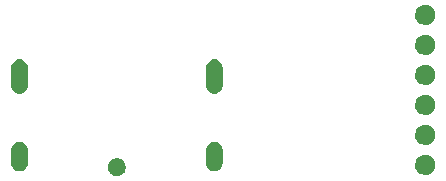
<source format=gbs>
G04 #@! TF.FileFunction,Soldermask,Bot*
%FSLAX46Y46*%
G04 Gerber Fmt 4.6, Leading zero omitted, Abs format (unit mm)*
G04 Created by KiCad (PCBNEW 4.0.7) date 09/03/18 02:09:11*
%MOMM*%
%LPD*%
G01*
G04 APERTURE LIST*
%ADD10C,0.100000*%
G04 APERTURE END LIST*
D10*
G36*
X124478776Y-114350498D02*
X124622851Y-114380072D01*
X124724546Y-114422822D01*
X124758444Y-114437071D01*
X124758445Y-114437072D01*
X124880383Y-114519319D01*
X124984021Y-114623683D01*
X125059265Y-114736936D01*
X125065415Y-114746193D01*
X125078310Y-114777477D01*
X125121465Y-114882178D01*
X125149998Y-115026284D01*
X125149998Y-115026287D01*
X125150032Y-115026459D01*
X125147686Y-115194455D01*
X125147648Y-115194622D01*
X125147648Y-115194627D01*
X125115101Y-115337884D01*
X125055278Y-115472248D01*
X124970491Y-115592441D01*
X124863983Y-115693867D01*
X124739795Y-115772679D01*
X124602664Y-115825869D01*
X124457821Y-115851409D01*
X124310765Y-115848328D01*
X124167115Y-115816744D01*
X124032335Y-115757861D01*
X123911554Y-115673915D01*
X123809387Y-115568119D01*
X123729708Y-115444481D01*
X123675564Y-115307730D01*
X123649013Y-115163066D01*
X123651067Y-115015994D01*
X123681648Y-114872120D01*
X123739587Y-114736938D01*
X123822685Y-114615577D01*
X123927775Y-114512666D01*
X124050844Y-114432131D01*
X124187221Y-114377031D01*
X124331698Y-114349471D01*
X124478776Y-114350498D01*
X124478776Y-114350498D01*
G37*
G36*
X150589384Y-114049565D02*
X150752862Y-114083122D01*
X150906717Y-114147797D01*
X151045074Y-114241120D01*
X151162669Y-114359539D01*
X151255024Y-114498545D01*
X151318622Y-114652845D01*
X151348686Y-114804681D01*
X151351037Y-114816555D01*
X151348375Y-115007175D01*
X151348337Y-115007342D01*
X151348337Y-115007347D01*
X151311402Y-115169917D01*
X151243521Y-115322380D01*
X151147318Y-115458756D01*
X151026466Y-115573842D01*
X150885554Y-115663267D01*
X150729957Y-115723619D01*
X150565607Y-115752599D01*
X150398748Y-115749103D01*
X150235753Y-115713266D01*
X150082823Y-115646453D01*
X149945780Y-115551205D01*
X149829848Y-115431156D01*
X149739442Y-115290871D01*
X149678007Y-115135704D01*
X149647880Y-114971559D01*
X149650211Y-114804681D01*
X149684909Y-114641435D01*
X149750653Y-114488045D01*
X149844940Y-114350341D01*
X149964182Y-114233571D01*
X150103825Y-114142191D01*
X150258567Y-114079671D01*
X150422499Y-114048400D01*
X150589384Y-114049565D01*
X150589384Y-114049565D01*
G37*
G36*
X132790729Y-112958246D02*
X132790730Y-112958246D01*
X132790755Y-112958249D01*
X132921261Y-112998648D01*
X133041435Y-113063626D01*
X133146700Y-113150708D01*
X133233045Y-113256578D01*
X133297182Y-113377203D01*
X133336669Y-113507988D01*
X133350000Y-113643952D01*
X133350000Y-114756169D01*
X133349944Y-114764094D01*
X133349932Y-114765822D01*
X133334703Y-114901586D01*
X133293395Y-115031807D01*
X133227579Y-115151525D01*
X133139764Y-115256179D01*
X133033294Y-115341783D01*
X132912225Y-115405077D01*
X132781167Y-115443649D01*
X132781146Y-115443651D01*
X132781142Y-115443652D01*
X132645114Y-115456032D01*
X132509271Y-115441754D01*
X132509270Y-115441754D01*
X132509245Y-115441751D01*
X132378739Y-115401352D01*
X132258565Y-115336374D01*
X132153300Y-115249292D01*
X132066955Y-115143422D01*
X132002818Y-115022797D01*
X131963331Y-114892012D01*
X131950000Y-114756048D01*
X131950000Y-113643831D01*
X131950061Y-113635195D01*
X131950068Y-113634178D01*
X131965297Y-113498414D01*
X132006605Y-113368193D01*
X132072421Y-113248475D01*
X132160236Y-113143821D01*
X132266706Y-113058217D01*
X132387775Y-112994923D01*
X132518833Y-112956351D01*
X132518854Y-112956349D01*
X132518858Y-112956348D01*
X132654886Y-112943968D01*
X132790729Y-112958246D01*
X132790729Y-112958246D01*
G37*
G36*
X116290729Y-112958246D02*
X116290730Y-112958246D01*
X116290755Y-112958249D01*
X116421261Y-112998648D01*
X116541435Y-113063626D01*
X116646700Y-113150708D01*
X116733045Y-113256578D01*
X116797182Y-113377203D01*
X116836669Y-113507988D01*
X116850000Y-113643952D01*
X116850000Y-114756169D01*
X116849944Y-114764094D01*
X116849932Y-114765822D01*
X116834703Y-114901586D01*
X116793395Y-115031807D01*
X116727579Y-115151525D01*
X116639764Y-115256179D01*
X116533294Y-115341783D01*
X116412225Y-115405077D01*
X116281167Y-115443649D01*
X116281146Y-115443651D01*
X116281142Y-115443652D01*
X116145114Y-115456032D01*
X116009271Y-115441754D01*
X116009270Y-115441754D01*
X116009245Y-115441751D01*
X115878739Y-115401352D01*
X115758565Y-115336374D01*
X115653300Y-115249292D01*
X115566955Y-115143422D01*
X115502818Y-115022797D01*
X115463331Y-114892012D01*
X115450000Y-114756048D01*
X115450000Y-113643831D01*
X115450061Y-113635195D01*
X115450068Y-113634178D01*
X115465297Y-113498414D01*
X115506605Y-113368193D01*
X115572421Y-113248475D01*
X115660236Y-113143821D01*
X115766706Y-113058217D01*
X115887775Y-112994923D01*
X116018833Y-112956351D01*
X116018854Y-112956349D01*
X116018858Y-112956348D01*
X116154886Y-112943968D01*
X116290729Y-112958246D01*
X116290729Y-112958246D01*
G37*
G36*
X150589384Y-111509565D02*
X150752862Y-111543122D01*
X150906717Y-111607797D01*
X151045074Y-111701120D01*
X151162669Y-111819539D01*
X151255024Y-111958545D01*
X151318622Y-112112845D01*
X151348686Y-112264681D01*
X151351037Y-112276555D01*
X151348375Y-112467175D01*
X151348337Y-112467342D01*
X151348337Y-112467347D01*
X151311402Y-112629917D01*
X151243521Y-112782380D01*
X151147318Y-112918756D01*
X151026466Y-113033842D01*
X150885554Y-113123267D01*
X150729957Y-113183619D01*
X150565607Y-113212599D01*
X150398748Y-113209103D01*
X150235753Y-113173266D01*
X150082823Y-113106453D01*
X149945780Y-113011205D01*
X149829848Y-112891156D01*
X149739442Y-112750871D01*
X149678007Y-112595704D01*
X149647880Y-112431559D01*
X149650211Y-112264681D01*
X149684909Y-112101435D01*
X149750653Y-111948045D01*
X149844940Y-111810341D01*
X149964182Y-111693571D01*
X150103825Y-111602191D01*
X150258567Y-111539671D01*
X150422499Y-111508400D01*
X150589384Y-111509565D01*
X150589384Y-111509565D01*
G37*
G36*
X150589384Y-108969565D02*
X150752862Y-109003122D01*
X150906717Y-109067797D01*
X151045074Y-109161120D01*
X151162669Y-109279539D01*
X151255024Y-109418545D01*
X151318622Y-109572845D01*
X151348686Y-109724681D01*
X151351037Y-109736555D01*
X151348375Y-109927175D01*
X151348337Y-109927342D01*
X151348337Y-109927347D01*
X151311402Y-110089917D01*
X151243521Y-110242380D01*
X151147318Y-110378756D01*
X151026466Y-110493842D01*
X150885554Y-110583267D01*
X150729957Y-110643619D01*
X150565607Y-110672599D01*
X150398748Y-110669103D01*
X150235753Y-110633266D01*
X150082823Y-110566453D01*
X149945780Y-110471205D01*
X149829848Y-110351156D01*
X149739442Y-110210871D01*
X149678007Y-110055704D01*
X149647880Y-109891559D01*
X149650211Y-109724681D01*
X149684909Y-109561435D01*
X149750653Y-109408045D01*
X149844940Y-109270341D01*
X149964182Y-109153571D01*
X150103825Y-109062191D01*
X150258567Y-108999671D01*
X150422499Y-108968400D01*
X150589384Y-108969565D01*
X150589384Y-108969565D01*
G37*
G36*
X116290729Y-105977278D02*
X116290730Y-105977278D01*
X116290755Y-105977281D01*
X116421261Y-106017680D01*
X116541435Y-106082658D01*
X116646700Y-106169740D01*
X116733045Y-106275610D01*
X116797182Y-106396235D01*
X116836669Y-106527020D01*
X116850000Y-106662984D01*
X116850000Y-108177137D01*
X116849944Y-108185062D01*
X116849932Y-108186790D01*
X116834703Y-108322554D01*
X116793395Y-108452775D01*
X116727579Y-108572493D01*
X116639764Y-108677147D01*
X116533294Y-108762751D01*
X116412225Y-108826045D01*
X116281167Y-108864617D01*
X116281146Y-108864619D01*
X116281142Y-108864620D01*
X116145114Y-108877000D01*
X116009271Y-108862722D01*
X116009270Y-108862722D01*
X116009245Y-108862719D01*
X115878739Y-108822320D01*
X115758565Y-108757342D01*
X115653300Y-108670260D01*
X115566955Y-108564390D01*
X115502818Y-108443765D01*
X115463331Y-108312980D01*
X115450000Y-108177016D01*
X115450000Y-106662863D01*
X115450061Y-106654227D01*
X115450068Y-106653210D01*
X115465297Y-106517446D01*
X115506605Y-106387225D01*
X115572421Y-106267507D01*
X115660236Y-106162853D01*
X115766706Y-106077249D01*
X115887775Y-106013955D01*
X116018833Y-105975383D01*
X116018854Y-105975381D01*
X116018858Y-105975380D01*
X116154886Y-105963000D01*
X116290729Y-105977278D01*
X116290729Y-105977278D01*
G37*
G36*
X132790729Y-105977278D02*
X132790730Y-105977278D01*
X132790755Y-105977281D01*
X132921261Y-106017680D01*
X133041435Y-106082658D01*
X133146700Y-106169740D01*
X133233045Y-106275610D01*
X133297182Y-106396235D01*
X133336669Y-106527020D01*
X133350000Y-106662984D01*
X133350000Y-108177137D01*
X133349944Y-108185062D01*
X133349932Y-108186790D01*
X133334703Y-108322554D01*
X133293395Y-108452775D01*
X133227579Y-108572493D01*
X133139764Y-108677147D01*
X133033294Y-108762751D01*
X132912225Y-108826045D01*
X132781167Y-108864617D01*
X132781146Y-108864619D01*
X132781142Y-108864620D01*
X132645114Y-108877000D01*
X132509271Y-108862722D01*
X132509270Y-108862722D01*
X132509245Y-108862719D01*
X132378739Y-108822320D01*
X132258565Y-108757342D01*
X132153300Y-108670260D01*
X132066955Y-108564390D01*
X132002818Y-108443765D01*
X131963331Y-108312980D01*
X131950000Y-108177016D01*
X131950000Y-106662863D01*
X131950061Y-106654227D01*
X131950068Y-106653210D01*
X131965297Y-106517446D01*
X132006605Y-106387225D01*
X132072421Y-106267507D01*
X132160236Y-106162853D01*
X132266706Y-106077249D01*
X132387775Y-106013955D01*
X132518833Y-105975383D01*
X132518854Y-105975381D01*
X132518858Y-105975380D01*
X132654886Y-105963000D01*
X132790729Y-105977278D01*
X132790729Y-105977278D01*
G37*
G36*
X150589384Y-106429565D02*
X150752862Y-106463122D01*
X150906717Y-106527797D01*
X151045074Y-106621120D01*
X151162669Y-106739539D01*
X151255024Y-106878545D01*
X151318622Y-107032845D01*
X151348686Y-107184681D01*
X151351037Y-107196555D01*
X151348375Y-107387175D01*
X151348337Y-107387342D01*
X151348337Y-107387347D01*
X151311402Y-107549917D01*
X151243521Y-107702380D01*
X151147318Y-107838756D01*
X151026466Y-107953842D01*
X150885554Y-108043267D01*
X150729957Y-108103619D01*
X150565607Y-108132599D01*
X150398748Y-108129103D01*
X150235753Y-108093266D01*
X150082823Y-108026453D01*
X149945780Y-107931205D01*
X149829848Y-107811156D01*
X149739442Y-107670871D01*
X149678007Y-107515704D01*
X149647880Y-107351559D01*
X149650211Y-107184681D01*
X149684909Y-107021435D01*
X149750653Y-106868045D01*
X149844940Y-106730341D01*
X149964182Y-106613571D01*
X150103825Y-106522191D01*
X150258567Y-106459671D01*
X150422499Y-106428400D01*
X150589384Y-106429565D01*
X150589384Y-106429565D01*
G37*
G36*
X150589384Y-103889565D02*
X150752862Y-103923122D01*
X150906717Y-103987797D01*
X151045074Y-104081120D01*
X151162669Y-104199539D01*
X151255024Y-104338545D01*
X151318622Y-104492845D01*
X151348686Y-104644681D01*
X151351037Y-104656555D01*
X151348375Y-104847175D01*
X151348337Y-104847342D01*
X151348337Y-104847347D01*
X151311402Y-105009917D01*
X151243521Y-105162380D01*
X151147318Y-105298756D01*
X151026466Y-105413842D01*
X150885554Y-105503267D01*
X150729957Y-105563619D01*
X150565607Y-105592599D01*
X150398748Y-105589103D01*
X150235753Y-105553266D01*
X150082823Y-105486453D01*
X149945780Y-105391205D01*
X149829848Y-105271156D01*
X149739442Y-105130871D01*
X149678007Y-104975704D01*
X149647880Y-104811559D01*
X149650211Y-104644681D01*
X149684909Y-104481435D01*
X149750653Y-104328045D01*
X149844940Y-104190341D01*
X149964182Y-104073571D01*
X150103825Y-103982191D01*
X150258567Y-103919671D01*
X150422499Y-103888400D01*
X150589384Y-103889565D01*
X150589384Y-103889565D01*
G37*
G36*
X150589384Y-101349565D02*
X150752862Y-101383122D01*
X150906717Y-101447797D01*
X151045074Y-101541120D01*
X151162669Y-101659539D01*
X151255024Y-101798545D01*
X151318622Y-101952845D01*
X151348686Y-102104681D01*
X151351037Y-102116555D01*
X151348375Y-102307175D01*
X151348337Y-102307342D01*
X151348337Y-102307347D01*
X151311402Y-102469917D01*
X151243521Y-102622380D01*
X151147318Y-102758756D01*
X151026466Y-102873842D01*
X150885554Y-102963267D01*
X150729957Y-103023619D01*
X150565607Y-103052599D01*
X150398748Y-103049103D01*
X150235753Y-103013266D01*
X150082823Y-102946453D01*
X149945780Y-102851205D01*
X149829848Y-102731156D01*
X149739442Y-102590871D01*
X149678007Y-102435704D01*
X149647880Y-102271559D01*
X149650211Y-102104681D01*
X149684909Y-101941435D01*
X149750653Y-101788045D01*
X149844940Y-101650341D01*
X149964182Y-101533571D01*
X150103825Y-101442191D01*
X150258567Y-101379671D01*
X150422499Y-101348400D01*
X150589384Y-101349565D01*
X150589384Y-101349565D01*
G37*
M02*

</source>
